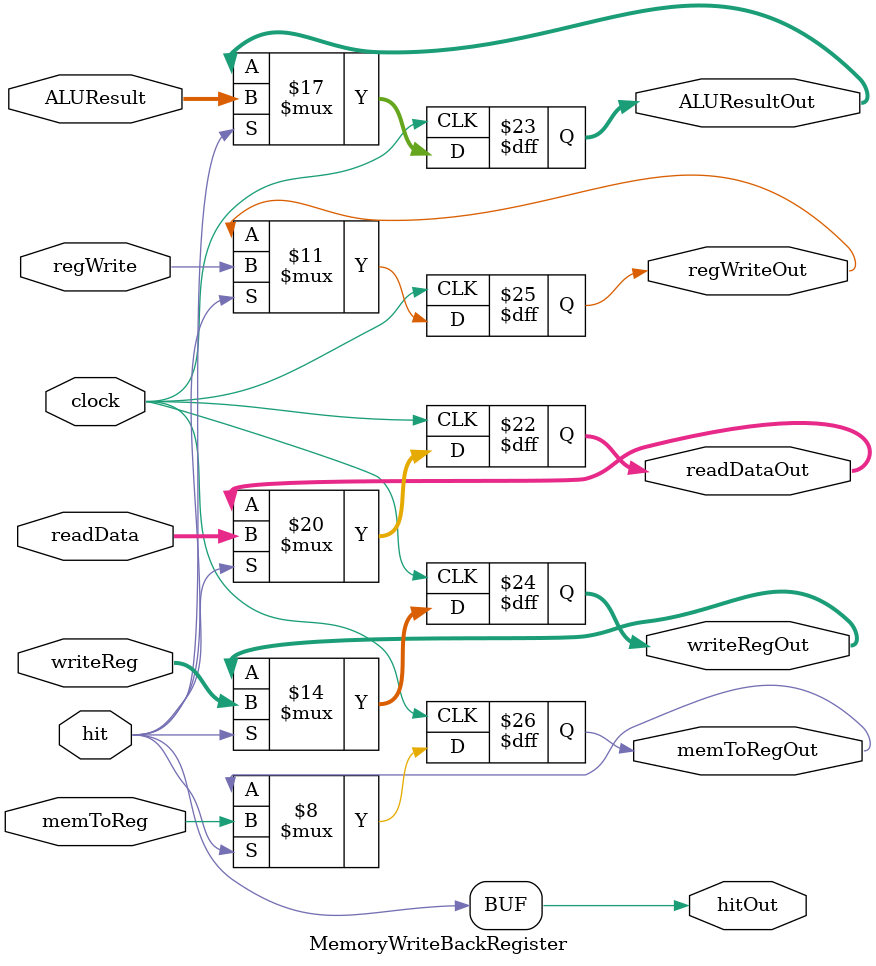
<source format=v>
`timescale 1ns / 1ps

module MemoryWriteBackRegister(clock, hit, readData, ALUResult, writeReg, regWrite, memToReg, hitOut, readDataOut,
							  ALUResultOut, writeRegOut, regWriteOut, memToRegOut);


	input clock;
	input hit;
	input [31:0] readData;
	input [31:0] ALUResult;
	input [4:0] writeReg;
	input regWrite;
	input memToReg;
	
	output hitOut;
	output reg [31:0] readDataOut = 0;
	output reg [31:0] ALUResultOut = 0;
	output reg [4:0]  writeRegOut = 0;
	output reg regWriteOut = 0;
	output reg memToRegOut = 0;
	
	assign hitOut = hit;
	
	always @(negedge clock)
		begin
			if(hit) 
				begin 
				readDataOut  = readData;
				ALUResultOut = ALUResult;
				writeRegOut  = writeReg;
				regWriteOut  = regWrite;				
				memToRegOut  = memToReg;	
				end
		end

endmodule

</source>
